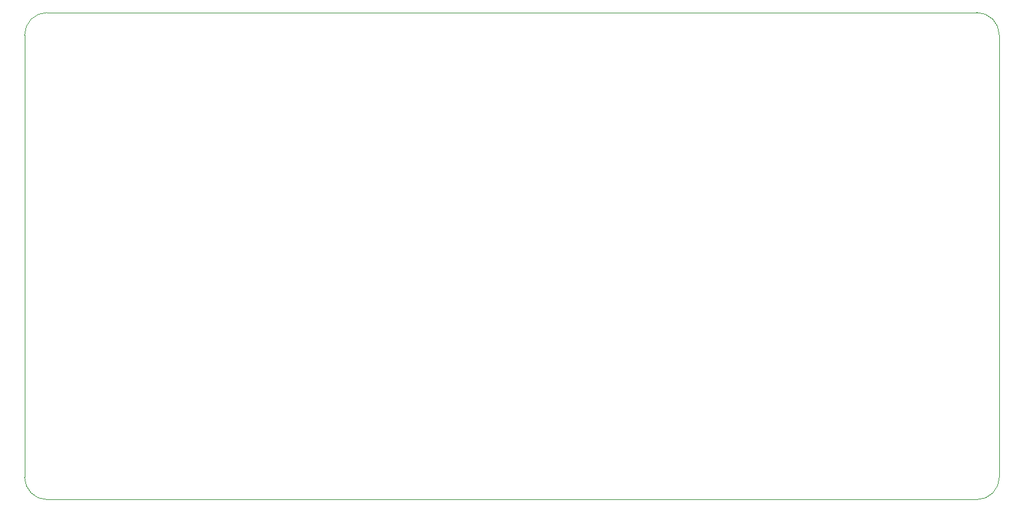
<source format=gbr>
%TF.GenerationSoftware,KiCad,Pcbnew,6.0.4-6f826c9f35~116~ubuntu20.04.1*%
%TF.CreationDate,2022-11-05T12:05:42+01:00*%
%TF.ProjectId,OST,4f53542e-6b69-4636-9164-5f7063625858,rev?*%
%TF.SameCoordinates,Original*%
%TF.FileFunction,Profile,NP*%
%FSLAX46Y46*%
G04 Gerber Fmt 4.6, Leading zero omitted, Abs format (unit mm)*
G04 Created by KiCad (PCBNEW 6.0.4-6f826c9f35~116~ubuntu20.04.1) date 2022-11-05 12:05:42*
%MOMM*%
%LPD*%
G01*
G04 APERTURE LIST*
%TA.AperFunction,Profile*%
%ADD10C,0.050000*%
%TD*%
%TA.AperFunction,Profile*%
%ADD11C,0.025400*%
%TD*%
G04 APERTURE END LIST*
D10*
X86501100Y-137503600D02*
X210501100Y-137503600D01*
X213501100Y-134503600D02*
X213501100Y-75503600D01*
X210501100Y-72503600D02*
X86501100Y-72503600D01*
X83501100Y-75503600D02*
X83501100Y-134503600D01*
D11*
X86501100Y-72503600D02*
G75*
G03*
X83501100Y-75503600I0J-3000000D01*
G01*
X213501100Y-75503600D02*
G75*
G03*
X210501100Y-72503600I-3000000J0D01*
G01*
X210501100Y-137503600D02*
G75*
G03*
X213501100Y-134503600I0J3000000D01*
G01*
X83501100Y-134503600D02*
G75*
G03*
X86501100Y-137503600I3000000J0D01*
G01*
M02*

</source>
